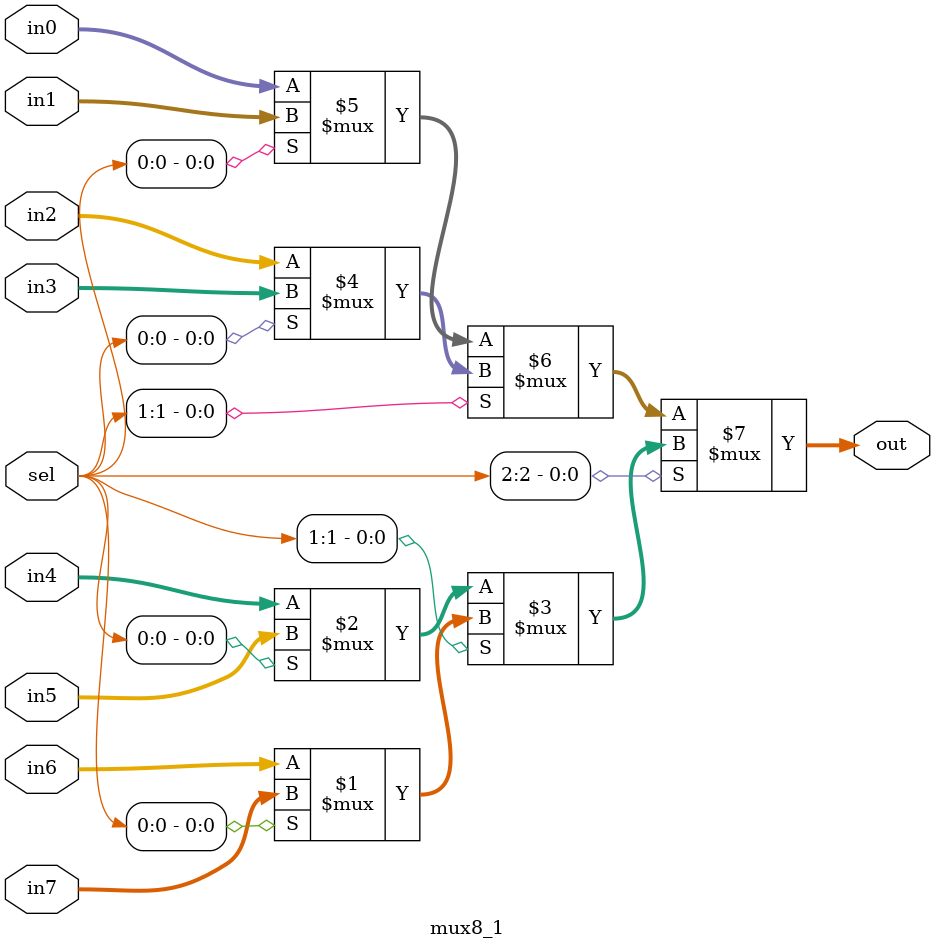
<source format=v>

module mux8_1(in0, in1, in2, in3, in4, in5, in6, in7, out, sel);

parameter OPERAND_WIDTH = 16;
input [OPERAND_WIDTH -1:0] in0, in1, in2, in3, in4, in5, in6, in7;
output [OPERAND_WIDTH -1:0] out;
input [2:0] sel;

assign out = sel[2] ? ( sel[1] ? ( sel[0] ? (in7) : (in6) ) : ( sel[0] ? (in5) : (in4) ) ) : ( ( sel[1] ? ( sel[0] ? (in3) : (in2) ) : ( sel[0] ? (in1) : (in0) ) ) );

endmodule
</source>
